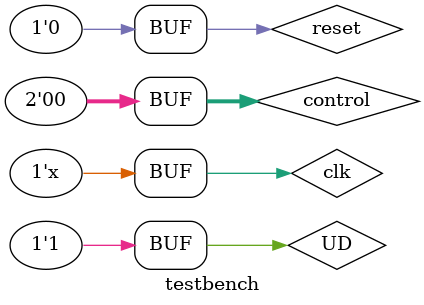
<source format=v>
`timescale 1ns / 1ps


module testbench;

	// Inputs
	reg clk;
	reg reset;
	reg [1:0] control;
	reg UD;

	// Outputs
	wire [7:0] LED;

	// Instantiate the Unit Under Test (UUT)
	TOP uut (
		.clk(clk), 
		.reset(reset), 
		.control(control), 
		.UD(UD), 
		.LED(LED)
	);

	always begin
    #5 clk = ~clk;
  end

  // Test Stimulus
  initial begin
    // Initialize Inputs
    reset = 1;
    control = 2'b00; // Example: Set your desired control values
    UD = 0;
    clk = 0;
    
    // Release reset
    #10 reset = 0;

    // Add your test sequence here
    // For example:
    #100 control = 2'b00; // Change control
    #100 UD = 1;          // Change UD
    #100 reset = 1;       // Assert reset
    #100 reset = 0;       // Release reset

    // Continue your test sequence...

    // End simulation after a certain duration
    //#5000 $finish;
  end
      
endmodule


</source>
